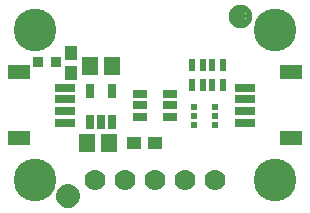
<source format=gbr>
G04 EAGLE Gerber RS-274X export*
G75*
%MOMM*%
%FSLAX34Y34*%
%LPD*%
%INSoldermask Top*%
%IPPOS*%
%AMOC8*
5,1,8,0,0,1.08239X$1,22.5*%
G01*
%ADD10R,1.341600X1.601600*%
%ADD11R,0.651600X1.301600*%
%ADD12R,1.176600X1.101600*%
%ADD13R,0.551600X1.001600*%
%ADD14R,0.601600X0.601600*%
%ADD15R,0.601600X0.501600*%
%ADD16C,3.617600*%
%ADD17R,1.651600X0.701600*%
%ADD18R,1.901600X1.301600*%
%ADD19C,1.101600*%
%ADD20C,0.500000*%
%ADD21R,0.901600X0.901600*%
%ADD22R,1.101600X1.176600*%
%ADD23R,1.301600X0.651600*%
%ADD24C,1.778000*%


D10*
X69240Y57150D03*
X88240Y57150D03*
D11*
X71780Y74629D03*
X81280Y74629D03*
X90780Y74629D03*
X90780Y100631D03*
X71780Y100631D03*
D10*
X71780Y121920D03*
X90780Y121920D03*
D12*
X126610Y57150D03*
X109610Y57150D03*
D13*
X184450Y105800D03*
X184450Y122800D03*
X175450Y105800D03*
X167450Y105800D03*
X158450Y105800D03*
X158450Y122800D03*
X175450Y122800D03*
X167450Y122800D03*
D14*
X177910Y72510D03*
D15*
X177910Y80010D03*
D14*
X177910Y87510D03*
X159910Y87510D03*
D15*
X159910Y80010D03*
D14*
X159910Y72510D03*
D16*
X25400Y152400D03*
X228600Y152400D03*
D17*
X203460Y83900D03*
X203460Y93900D03*
X203460Y73900D03*
X203460Y103900D03*
D18*
X242460Y60900D03*
X242460Y116900D03*
D17*
X50540Y93900D03*
X50540Y83900D03*
X50540Y103900D03*
X50540Y73900D03*
D18*
X11540Y116900D03*
X11540Y60900D03*
D19*
X53340Y12065D03*
D20*
X53340Y19565D02*
X53159Y19563D01*
X52978Y19556D01*
X52797Y19545D01*
X52616Y19530D01*
X52436Y19510D01*
X52256Y19486D01*
X52077Y19458D01*
X51899Y19425D01*
X51722Y19388D01*
X51545Y19347D01*
X51370Y19302D01*
X51195Y19252D01*
X51022Y19198D01*
X50851Y19140D01*
X50680Y19078D01*
X50512Y19011D01*
X50345Y18941D01*
X50179Y18867D01*
X50016Y18788D01*
X49855Y18706D01*
X49695Y18620D01*
X49538Y18530D01*
X49383Y18436D01*
X49230Y18339D01*
X49080Y18237D01*
X48932Y18133D01*
X48786Y18024D01*
X48644Y17913D01*
X48504Y17797D01*
X48367Y17679D01*
X48232Y17557D01*
X48101Y17432D01*
X47973Y17304D01*
X47848Y17173D01*
X47726Y17038D01*
X47608Y16901D01*
X47492Y16761D01*
X47381Y16619D01*
X47272Y16473D01*
X47168Y16325D01*
X47066Y16175D01*
X46969Y16022D01*
X46875Y15867D01*
X46785Y15710D01*
X46699Y15550D01*
X46617Y15389D01*
X46538Y15226D01*
X46464Y15060D01*
X46394Y14893D01*
X46327Y14725D01*
X46265Y14554D01*
X46207Y14383D01*
X46153Y14210D01*
X46103Y14035D01*
X46058Y13860D01*
X46017Y13683D01*
X45980Y13506D01*
X45947Y13328D01*
X45919Y13149D01*
X45895Y12969D01*
X45875Y12789D01*
X45860Y12608D01*
X45849Y12427D01*
X45842Y12246D01*
X45840Y12065D01*
X53340Y19565D02*
X53521Y19563D01*
X53702Y19556D01*
X53883Y19545D01*
X54064Y19530D01*
X54244Y19510D01*
X54424Y19486D01*
X54603Y19458D01*
X54781Y19425D01*
X54958Y19388D01*
X55135Y19347D01*
X55310Y19302D01*
X55485Y19252D01*
X55658Y19198D01*
X55829Y19140D01*
X56000Y19078D01*
X56168Y19011D01*
X56335Y18941D01*
X56501Y18867D01*
X56664Y18788D01*
X56825Y18706D01*
X56985Y18620D01*
X57142Y18530D01*
X57297Y18436D01*
X57450Y18339D01*
X57600Y18237D01*
X57748Y18133D01*
X57894Y18024D01*
X58036Y17913D01*
X58176Y17797D01*
X58313Y17679D01*
X58448Y17557D01*
X58579Y17432D01*
X58707Y17304D01*
X58832Y17173D01*
X58954Y17038D01*
X59072Y16901D01*
X59188Y16761D01*
X59299Y16619D01*
X59408Y16473D01*
X59512Y16325D01*
X59614Y16175D01*
X59711Y16022D01*
X59805Y15867D01*
X59895Y15710D01*
X59981Y15550D01*
X60063Y15389D01*
X60142Y15226D01*
X60216Y15060D01*
X60286Y14893D01*
X60353Y14725D01*
X60415Y14554D01*
X60473Y14383D01*
X60527Y14210D01*
X60577Y14035D01*
X60622Y13860D01*
X60663Y13683D01*
X60700Y13506D01*
X60733Y13328D01*
X60761Y13149D01*
X60785Y12969D01*
X60805Y12789D01*
X60820Y12608D01*
X60831Y12427D01*
X60838Y12246D01*
X60840Y12065D01*
X60838Y11884D01*
X60831Y11703D01*
X60820Y11522D01*
X60805Y11341D01*
X60785Y11161D01*
X60761Y10981D01*
X60733Y10802D01*
X60700Y10624D01*
X60663Y10447D01*
X60622Y10270D01*
X60577Y10095D01*
X60527Y9920D01*
X60473Y9747D01*
X60415Y9576D01*
X60353Y9405D01*
X60286Y9237D01*
X60216Y9070D01*
X60142Y8904D01*
X60063Y8741D01*
X59981Y8580D01*
X59895Y8420D01*
X59805Y8263D01*
X59711Y8108D01*
X59614Y7955D01*
X59512Y7805D01*
X59408Y7657D01*
X59299Y7511D01*
X59188Y7369D01*
X59072Y7229D01*
X58954Y7092D01*
X58832Y6957D01*
X58707Y6826D01*
X58579Y6698D01*
X58448Y6573D01*
X58313Y6451D01*
X58176Y6333D01*
X58036Y6217D01*
X57894Y6106D01*
X57748Y5997D01*
X57600Y5893D01*
X57450Y5791D01*
X57297Y5694D01*
X57142Y5600D01*
X56985Y5510D01*
X56825Y5424D01*
X56664Y5342D01*
X56501Y5263D01*
X56335Y5189D01*
X56168Y5119D01*
X56000Y5052D01*
X55829Y4990D01*
X55658Y4932D01*
X55485Y4878D01*
X55310Y4828D01*
X55135Y4783D01*
X54958Y4742D01*
X54781Y4705D01*
X54603Y4672D01*
X54424Y4644D01*
X54244Y4620D01*
X54064Y4600D01*
X53883Y4585D01*
X53702Y4574D01*
X53521Y4567D01*
X53340Y4565D01*
X53159Y4567D01*
X52978Y4574D01*
X52797Y4585D01*
X52616Y4600D01*
X52436Y4620D01*
X52256Y4644D01*
X52077Y4672D01*
X51899Y4705D01*
X51722Y4742D01*
X51545Y4783D01*
X51370Y4828D01*
X51195Y4878D01*
X51022Y4932D01*
X50851Y4990D01*
X50680Y5052D01*
X50512Y5119D01*
X50345Y5189D01*
X50179Y5263D01*
X50016Y5342D01*
X49855Y5424D01*
X49695Y5510D01*
X49538Y5600D01*
X49383Y5694D01*
X49230Y5791D01*
X49080Y5893D01*
X48932Y5997D01*
X48786Y6106D01*
X48644Y6217D01*
X48504Y6333D01*
X48367Y6451D01*
X48232Y6573D01*
X48101Y6698D01*
X47973Y6826D01*
X47848Y6957D01*
X47726Y7092D01*
X47608Y7229D01*
X47492Y7369D01*
X47381Y7511D01*
X47272Y7657D01*
X47168Y7805D01*
X47066Y7955D01*
X46969Y8108D01*
X46875Y8263D01*
X46785Y8420D01*
X46699Y8580D01*
X46617Y8741D01*
X46538Y8904D01*
X46464Y9070D01*
X46394Y9237D01*
X46327Y9405D01*
X46265Y9576D01*
X46207Y9747D01*
X46153Y9920D01*
X46103Y10095D01*
X46058Y10270D01*
X46017Y10447D01*
X45980Y10624D01*
X45947Y10802D01*
X45919Y10981D01*
X45895Y11161D01*
X45875Y11341D01*
X45860Y11522D01*
X45849Y11703D01*
X45842Y11884D01*
X45840Y12065D01*
D19*
X199390Y164211D03*
D20*
X199390Y171711D02*
X199209Y171709D01*
X199028Y171702D01*
X198847Y171691D01*
X198666Y171676D01*
X198486Y171656D01*
X198306Y171632D01*
X198127Y171604D01*
X197949Y171571D01*
X197772Y171534D01*
X197595Y171493D01*
X197420Y171448D01*
X197245Y171398D01*
X197072Y171344D01*
X196901Y171286D01*
X196730Y171224D01*
X196562Y171157D01*
X196395Y171087D01*
X196229Y171013D01*
X196066Y170934D01*
X195905Y170852D01*
X195745Y170766D01*
X195588Y170676D01*
X195433Y170582D01*
X195280Y170485D01*
X195130Y170383D01*
X194982Y170279D01*
X194836Y170170D01*
X194694Y170059D01*
X194554Y169943D01*
X194417Y169825D01*
X194282Y169703D01*
X194151Y169578D01*
X194023Y169450D01*
X193898Y169319D01*
X193776Y169184D01*
X193658Y169047D01*
X193542Y168907D01*
X193431Y168765D01*
X193322Y168619D01*
X193218Y168471D01*
X193116Y168321D01*
X193019Y168168D01*
X192925Y168013D01*
X192835Y167856D01*
X192749Y167696D01*
X192667Y167535D01*
X192588Y167372D01*
X192514Y167206D01*
X192444Y167039D01*
X192377Y166871D01*
X192315Y166700D01*
X192257Y166529D01*
X192203Y166356D01*
X192153Y166181D01*
X192108Y166006D01*
X192067Y165829D01*
X192030Y165652D01*
X191997Y165474D01*
X191969Y165295D01*
X191945Y165115D01*
X191925Y164935D01*
X191910Y164754D01*
X191899Y164573D01*
X191892Y164392D01*
X191890Y164211D01*
X199390Y171711D02*
X199571Y171709D01*
X199752Y171702D01*
X199933Y171691D01*
X200114Y171676D01*
X200294Y171656D01*
X200474Y171632D01*
X200653Y171604D01*
X200831Y171571D01*
X201008Y171534D01*
X201185Y171493D01*
X201360Y171448D01*
X201535Y171398D01*
X201708Y171344D01*
X201879Y171286D01*
X202050Y171224D01*
X202218Y171157D01*
X202385Y171087D01*
X202551Y171013D01*
X202714Y170934D01*
X202875Y170852D01*
X203035Y170766D01*
X203192Y170676D01*
X203347Y170582D01*
X203500Y170485D01*
X203650Y170383D01*
X203798Y170279D01*
X203944Y170170D01*
X204086Y170059D01*
X204226Y169943D01*
X204363Y169825D01*
X204498Y169703D01*
X204629Y169578D01*
X204757Y169450D01*
X204882Y169319D01*
X205004Y169184D01*
X205122Y169047D01*
X205238Y168907D01*
X205349Y168765D01*
X205458Y168619D01*
X205562Y168471D01*
X205664Y168321D01*
X205761Y168168D01*
X205855Y168013D01*
X205945Y167856D01*
X206031Y167696D01*
X206113Y167535D01*
X206192Y167372D01*
X206266Y167206D01*
X206336Y167039D01*
X206403Y166871D01*
X206465Y166700D01*
X206523Y166529D01*
X206577Y166356D01*
X206627Y166181D01*
X206672Y166006D01*
X206713Y165829D01*
X206750Y165652D01*
X206783Y165474D01*
X206811Y165295D01*
X206835Y165115D01*
X206855Y164935D01*
X206870Y164754D01*
X206881Y164573D01*
X206888Y164392D01*
X206890Y164211D01*
X206888Y164030D01*
X206881Y163849D01*
X206870Y163668D01*
X206855Y163487D01*
X206835Y163307D01*
X206811Y163127D01*
X206783Y162948D01*
X206750Y162770D01*
X206713Y162593D01*
X206672Y162416D01*
X206627Y162241D01*
X206577Y162066D01*
X206523Y161893D01*
X206465Y161722D01*
X206403Y161551D01*
X206336Y161383D01*
X206266Y161216D01*
X206192Y161050D01*
X206113Y160887D01*
X206031Y160726D01*
X205945Y160566D01*
X205855Y160409D01*
X205761Y160254D01*
X205664Y160101D01*
X205562Y159951D01*
X205458Y159803D01*
X205349Y159657D01*
X205238Y159515D01*
X205122Y159375D01*
X205004Y159238D01*
X204882Y159103D01*
X204757Y158972D01*
X204629Y158844D01*
X204498Y158719D01*
X204363Y158597D01*
X204226Y158479D01*
X204086Y158363D01*
X203944Y158252D01*
X203798Y158143D01*
X203650Y158039D01*
X203500Y157937D01*
X203347Y157840D01*
X203192Y157746D01*
X203035Y157656D01*
X202875Y157570D01*
X202714Y157488D01*
X202551Y157409D01*
X202385Y157335D01*
X202218Y157265D01*
X202050Y157198D01*
X201879Y157136D01*
X201708Y157078D01*
X201535Y157024D01*
X201360Y156974D01*
X201185Y156929D01*
X201008Y156888D01*
X200831Y156851D01*
X200653Y156818D01*
X200474Y156790D01*
X200294Y156766D01*
X200114Y156746D01*
X199933Y156731D01*
X199752Y156720D01*
X199571Y156713D01*
X199390Y156711D01*
X199209Y156713D01*
X199028Y156720D01*
X198847Y156731D01*
X198666Y156746D01*
X198486Y156766D01*
X198306Y156790D01*
X198127Y156818D01*
X197949Y156851D01*
X197772Y156888D01*
X197595Y156929D01*
X197420Y156974D01*
X197245Y157024D01*
X197072Y157078D01*
X196901Y157136D01*
X196730Y157198D01*
X196562Y157265D01*
X196395Y157335D01*
X196229Y157409D01*
X196066Y157488D01*
X195905Y157570D01*
X195745Y157656D01*
X195588Y157746D01*
X195433Y157840D01*
X195280Y157937D01*
X195130Y158039D01*
X194982Y158143D01*
X194836Y158252D01*
X194694Y158363D01*
X194554Y158479D01*
X194417Y158597D01*
X194282Y158719D01*
X194151Y158844D01*
X194023Y158972D01*
X193898Y159103D01*
X193776Y159238D01*
X193658Y159375D01*
X193542Y159515D01*
X193431Y159657D01*
X193322Y159803D01*
X193218Y159951D01*
X193116Y160101D01*
X193019Y160254D01*
X192925Y160409D01*
X192835Y160566D01*
X192749Y160726D01*
X192667Y160887D01*
X192588Y161050D01*
X192514Y161216D01*
X192444Y161383D01*
X192377Y161551D01*
X192315Y161722D01*
X192257Y161893D01*
X192203Y162066D01*
X192153Y162241D01*
X192108Y162416D01*
X192067Y162593D01*
X192030Y162770D01*
X191997Y162948D01*
X191969Y163127D01*
X191945Y163307D01*
X191925Y163487D01*
X191910Y163668D01*
X191899Y163849D01*
X191892Y164030D01*
X191890Y164211D01*
D16*
X25400Y25400D03*
X228600Y25400D03*
D21*
X28060Y125730D03*
X43060Y125730D03*
D22*
X55880Y132960D03*
X55880Y115960D03*
D23*
X114000Y98400D03*
X114000Y88900D03*
X114000Y79400D03*
X140000Y79400D03*
X140000Y88900D03*
X140000Y98400D03*
D24*
X76200Y25400D03*
X101600Y25400D03*
X127000Y25400D03*
X152400Y25400D03*
X177800Y25400D03*
M02*

</source>
